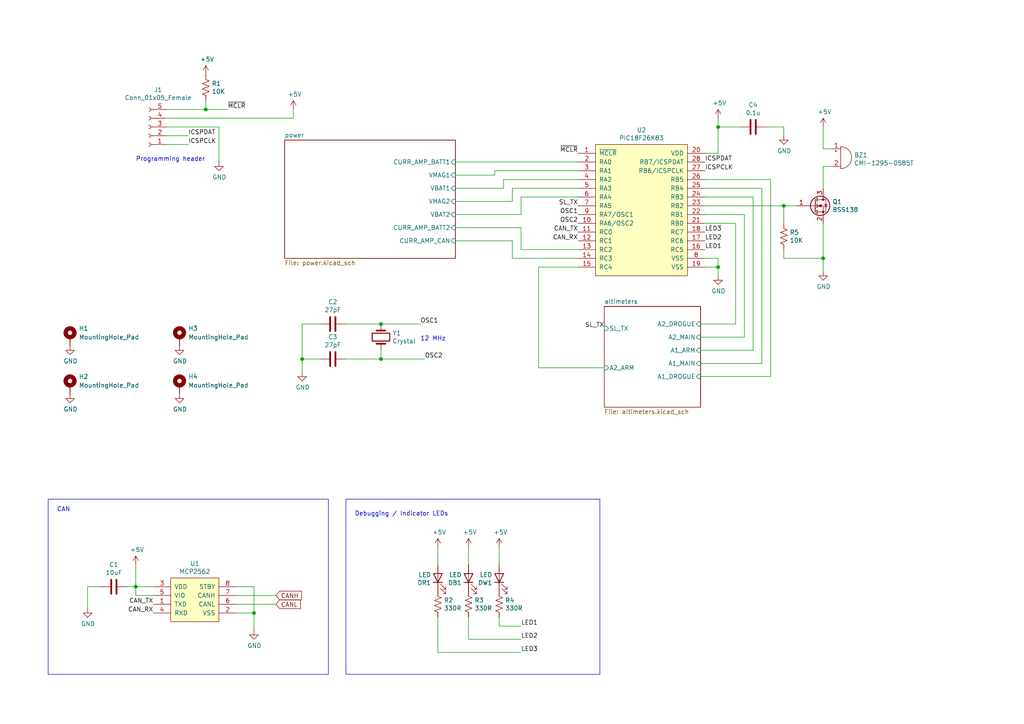
<source format=kicad_sch>
(kicad_sch (version 20250114) (generator "eeschema") (generator_version "9.0")
  (paper "A4")
  (title_block (title "recovery_CAN") (company "Waterloo Rocketry"))
  (lib_symbols
    (symbol "Device:Buzzer" (pin_names (offset 0.0254) (hide yes))
      (property "Reference" "BZ" (at 3.81 1.27 0))
      (property "Value" "Buzzer" (at 3.81 -1.27 0))
      (symbol "Buzzer_0_1"
        (polyline (pts (xy -1.651 1.905) (xy -1.143 1.905)))
        (polyline (pts (xy -1.397 2.159) (xy -1.397 1.651)))
        (arc (start 0 3.175) (mid 3.1612 0) (end 0 -3.175))
        (polyline (pts (xy 0 3.175) (xy 0 -3.175)))
      )
      (symbol "Buzzer_1_1"
        (pin passive line (at -2.54 2.54 0) (length 2.54) (name "-") (number "1"))
        (pin passive line (at -2.54 -2.54 0) (length 2.54) (name "+") (number "2"))
      )
    )
    (symbol "Device:C" (pin_numbers (hide yes)) (pin_names (offset 0.254))
      (property "Reference" "C" (at 0.635 2.54 0))
      (property "Value" "C" (at 0.635 -2.54 0))
      (symbol "C_0_1"
        (polyline (pts (xy -2.032 0.762) (xy 2.032 0.762)) (stroke (width 0.508)))
        (polyline (pts (xy -2.032 -0.762) (xy 2.032 -0.762)) (stroke (width 0.508)))
      )
      (symbol "C_1_1"
        (pin passive line (at 0 3.81 270) (length 2.794) (name "~") (number "1"))
        (pin passive line (at 0 -3.81 90) (length 2.794) (name "~") (number "2"))
      )
    )
    (symbol "Device:Crystal" (pin_numbers (hide yes)) (pin_names (offset 1.016) (hide yes))
      (property "Reference" "Y" (at 0 3.81 0))
      (property "Value" "Crystal" (at 0 -3.81 0))
      (symbol "Crystal_0_1"
        (polyline (pts (xy -2.54 0) (xy -1.905 0)))
        (polyline (pts (xy -1.905 -1.27) (xy -1.905 1.27)) (stroke (width 0.508)))
        (rectangle (start -1.143 2.54) (end 1.143 -2.54) (stroke (width 0.3048)))
        (polyline (pts (xy 1.905 -1.27) (xy 1.905 1.27)) (stroke (width 0.508)))
        (polyline (pts (xy 2.54 0) (xy 1.905 0)))
      )
      (symbol "Crystal_1_1"
        (pin passive line (at -3.81 0 0) (length 1.27) (name "1") (number "1"))
        (pin passive line (at 3.81 0 180) (length 1.27) (name "2") (number "2"))
      )
    )
    (symbol "Device:LED" (pin_numbers (hide yes)) (pin_names (offset 1.016) (hide yes))
      (property "Reference" "D" (at 0 2.54 0))
      (property "Value" "LED" (at 0 -2.54 0))
      (symbol "LED_0_1"
        (polyline (pts (xy -3.048 -0.762) (xy -4.572 -2.286) (xy -3.81 -2.286) (xy -4.572 -2.286) (xy -4.572 -1.524)))
        (polyline (pts (xy -1.778 -0.762) (xy -3.302 -2.286) (xy -2.54 -2.286) (xy -3.302 -2.286) (xy -3.302 -1.524)))
        (polyline (pts (xy -1.27 0) (xy 1.27 0)))
        (polyline (pts (xy -1.27 -1.27) (xy -1.27 1.27)) (stroke (width 0.254)))
        (polyline (pts (xy 1.27 -1.27) (xy 1.27 1.27) (xy -1.27 0) (xy 1.27 -1.27)) (stroke (width 0.254)))
      )
      (symbol "LED_1_1"
        (pin passive line (at -3.81 0 0) (length 2.54) (name "K") (number "1"))
        (pin passive line (at 3.81 0 180) (length 2.54) (name "A") (number "2"))
      )
    )
    (symbol "Device:R_US" (pin_numbers (hide yes)) (pin_names (offset 0))
      (property "Reference" "R" (at 2.54 0 90))
      (property "Value" "R_US" (at -2.54 0 90))
      (symbol "R_US_0_1"
        (polyline (pts (xy 0 2.286) (xy 0 2.54)))
        (polyline (pts (xy 0 2.286) (xy 1.016 1.905) (xy 0 1.524) (xy -1.016 1.143) (xy 0 0.762)))
        (polyline (pts (xy 0 0.762) (xy 1.016 0.381) (xy 0 0) (xy -1.016 -0.381) (xy 0 -0.762)))
        (polyline (pts (xy 0 -0.762) (xy 1.016 -1.143) (xy 0 -1.524) (xy -1.016 -1.905) (xy 0 -2.286)))
        (polyline (pts (xy 0 -2.286) (xy 0 -2.54)))
      )
      (symbol "R_US_1_1"
        (pin passive line (at 0 3.81 270) (length 1.27) (name "~") (number "1"))
        (pin passive line (at 0 -3.81 90) (length 1.27) (name "~") (number "2"))
      )
    )
    (symbol "Mechanical:MountingHole_Pad" (pin_numbers (hide yes)) (pin_names (offset 1.016) (hide yes)) (in_bom no)
      (property "Reference" "H" (at 0 6.35 0))
      (property "Value" "MountingHole_Pad" (at 0 4.445 0))
      (symbol "MountingHole_Pad_0_1"
        (circle (center 0 1.27) (radius 1.27) (stroke (width 1.27)))
      )
      (symbol "MountingHole_Pad_1_1"
        (pin input line (at 0 -2.54 90) (length 2.54) (name "1") (number "1"))
      )
    )
    (symbol "Transistor_FET:BSS138" (pin_names (hide yes))
      (property "Reference" "Q" (at 5.08 1.905 0))
      (property "Value" "BSS138" (at 5.08 0 0))
      (symbol "BSS138_0_1"
        (polyline (pts (xy 0.254 1.905) (xy 0.254 -1.905)) (stroke (width 0.254)))
        (polyline (pts (xy 0.254 0) (xy -2.54 0)))
        (polyline (pts (xy 0.762 2.286) (xy 0.762 1.27)) (stroke (width 0.254)))
        (polyline (pts (xy 0.762 0.508) (xy 0.762 -0.508)) (stroke (width 0.254)))
        (polyline (pts (xy 0.762 -1.27) (xy 0.762 -2.286)) (stroke (width 0.254)))
        (polyline (pts (xy 0.762 -1.778) (xy 3.302 -1.778) (xy 3.302 1.778) (xy 0.762 1.778)))
        (polyline (pts (xy 1.016 0) (xy 2.032 0.381) (xy 2.032 -0.381) (xy 1.016 0)) (fill (type outline)))
        (circle (center 1.651 0) (radius 2.794) (stroke (width 0.254)))
        (polyline (pts (xy 2.54 2.54) (xy 2.54 1.778)))
        (circle (center 2.54 1.778) (radius 0.254) (fill (type outline)))
        (circle (center 2.54 -1.778) (radius 0.254) (fill (type outline)))
        (polyline (pts (xy 2.54 -2.54) (xy 2.54 0) (xy 0.762 0)))
        (polyline (pts (xy 2.794 0.508) (xy 2.921 0.381) (xy 3.683 0.381) (xy 3.81 0.254)))
        (polyline (pts (xy 3.302 0.381) (xy 2.921 -0.254) (xy 3.683 -0.254) (xy 3.302 0.381)))
      )
      (symbol "BSS138_1_1"
        (pin input line (at -5.08 0 0) (length 2.54) (name "G") (number "1"))
        (pin passive line (at 2.54 5.08 270) (length 2.54) (name "D") (number "3"))
        (pin passive line (at 2.54 -5.08 90) (length 2.54) (name "S") (number "2"))
      )
    )
    (symbol "canhw:MCP2562" (pin_names (offset 1.016))
      (property "Reference" "U" (at 5.08 3.81 0))
      (property "Value" "MCP2562" (at -3.81 3.81 0))
      (symbol "MCP2562_0_1"
        (rectangle (start -7.62 2.54) (end 6.35 -10.16) (fill (type background)))
      )
      (symbol "MCP2562_1_1"
        (pin power_in line (at -12.7 0 0) (length 5.08) (name "VDD") (number "3"))
        (pin bidirectional line (at -12.7 -2.54 0) (length 5.08) (name "VIO") (number "5"))
        (pin bidirectional line (at -12.7 -5.08 0) (length 5.08) (name "TXD") (number "1"))
        (pin bidirectional line (at -12.7 -7.62 0) (length 5.08) (name "RXD") (number "4"))
        (pin bidirectional line (at 11.43 0 180) (length 5.08) (name "STBY") (number "8"))
        (pin bidirectional line (at 11.43 -2.54 180) (length 5.08) (name "CANH") (number "7"))
        (pin bidirectional line (at 11.43 -5.08 180) (length 5.08) (name "CANL") (number "6"))
        (pin power_in line (at 11.43 -7.62 180) (length 5.08) (name "VSS") (number "2"))
      )
    )
    (symbol "canhw:PIC18F26K83" (pin_names (offset 1.016))
      (property "Reference" "U" (at 11.43 20.32 0))
      (property "Value" "PIC18F26K83" (at -7.62 20.32 0))
      (symbol "PIC18F26K83_0_1"
        (rectangle (start -13.97 19.05) (end 12.7 -19.05) (fill (type background)))
      )
      (symbol "PIC18F26K83_1_1"
        (pin input line (at -19.05 16.51 0) (length 5.08) (name "~{MCLR}") (number "1"))
        (pin bidirectional line (at -19.05 13.97 0) (length 5.08) (name "RA0") (number "2"))
        (pin bidirectional line (at -19.05 11.43 0) (length 5.08) (name "RA1") (number "3"))
        (pin bidirectional line (at -19.05 8.89 0) (length 5.08) (name "RA2") (number "4"))
        (pin bidirectional line (at -19.05 6.35 0) (length 5.08) (name "RA3") (number "5"))
        (pin bidirectional line (at -19.05 3.81 0) (length 5.08) (name "RA4") (number "6"))
        (pin bidirectional line (at -19.05 1.27 0) (length 5.08) (name "RA5") (number "7"))
        (pin bidirectional line (at -19.05 -1.27 0) (length 5.08) (name "RA7/OSC1") (number "9"))
        (pin bidirectional line (at -19.05 -3.81 0) (length 5.08) (name "RA6/OSC2") (number "10"))
        (pin bidirectional line (at -19.05 -6.35 0) (length 5.08) (name "RC0") (number "11"))
        (pin bidirectional line (at -19.05 -8.89 0) (length 5.08) (name "RC1") (number "12"))
        (pin bidirectional line (at -19.05 -11.43 0) (length 5.08) (name "RC2") (number "13"))
        (pin bidirectional line (at -19.05 -13.97 0) (length 5.08) (name "RC3") (number "14"))
        (pin bidirectional line (at -19.05 -16.51 0) (length 5.08) (name "RC4") (number "15"))
        (pin power_in line (at 17.78 16.51 180) (length 5.08) (name "VDD") (number "20"))
        (pin bidirectional line (at 17.78 13.97 180) (length 5.08) (name "RB7/ICSPDAT") (number "28"))
        (pin bidirectional line (at 17.78 11.43 180) (length 5.08) (name "RB6/ICSPCLK") (number "27"))
        (pin bidirectional line (at 17.78 8.89 180) (length 5.08) (name "RB5") (number "26"))
        (pin bidirectional line (at 17.78 6.35 180) (length 5.08) (name "RB4") (number "25"))
        (pin bidirectional line (at 17.78 3.81 180) (length 5.08) (name "RB3") (number "24"))
        (pin bidirectional line (at 17.78 1.27 180) (length 5.08) (name "RB2") (number "23"))
        (pin bidirectional line (at 17.78 -1.27 180) (length 5.08) (name "RB1") (number "22"))
        (pin bidirectional line (at 17.78 -3.81 180) (length 5.08) (name "RB0") (number "21"))
        (pin bidirectional line (at 17.78 -6.35 180) (length 5.08) (name "RC7") (number "18"))
        (pin bidirectional line (at 17.78 -8.89 180) (length 5.08) (name "RC6") (number "17"))
        (pin bidirectional line (at 17.78 -11.43 180) (length 5.08) (name "RC5") (number "16"))
        (pin power_in line (at 17.78 -13.97 180) (length 5.08) (name "VSS") (number "8"))
        (pin power_in line (at 17.78 -16.51 180) (length 5.08) (name "VSS") (number "19"))
      )
    )
    (symbol "power:+5V" (power) (pin_names (offset 0))
      (property "Value" "+5V" (at 0 3.556 0))
      (symbol "+5V_0_1"
        (polyline (pts (xy -0.762 1.27) (xy 0 2.54)))
        (polyline (pts (xy 0 2.54) (xy 0.762 1.27)))
        (polyline (pts (xy 0 0) (xy 0 2.54)))
      )
      (symbol "+5V_1_1"
        (pin power_in line (at 0 0 90) (length 0) (hide yes) (name "+5V") (number "1"))
      )
    )
    (symbol "power:GND" (power) (pin_names (offset 0))
      (property "Value" "GND" (at 0 -3.81 0))
      (symbol "GND_0_1"
        (polyline (pts (xy 0 0) (xy 0 -1.27) (xy 1.27 -1.27) (xy 0 -2.54) (xy -1.27 -1.27) (xy 0 -1.27)))
      )
      (symbol "GND_1_1"
        (pin power_in line (at 0 0 270) (length 0) (hide yes) (name "GND") (number "1"))
      )
    )
    (symbol "remote_arming-rescue:Conn_01x05_Female-Connector" (pin_names (offset 1.016) (hide yes))
      (property "Reference" "J" (at 0 7.62 0))
      (property "Value" "Connector_Conn_01x05_Female" (at 0 -7.62 0))
      (symbol "Conn_01x05_Female-Connector_1_1"
        (polyline (pts (xy -1.27 5.08) (xy -0.508 5.08)) (stroke (width 0.1524)))
        (polyline (pts (xy -1.27 2.54) (xy -0.508 2.54)) (stroke (width 0.1524)))
        (polyline (pts (xy -1.27 0) (xy -0.508 0)) (stroke (width 0.1524)))
        (polyline (pts (xy -1.27 -2.54) (xy -0.508 -2.54)) (stroke (width 0.1524)))
        (polyline (pts (xy -1.27 -5.08) (xy -0.508 -5.08)) (stroke (width 0.1524)))
        (arc (start 0 4.572) (mid -0.5058 5.08) (end 0 5.588) (stroke (width 0.1524)))
        (arc (start 0 2.032) (mid -0.5058 2.54) (end 0 3.048) (stroke (width 0.1524)))
        (arc (start 0 -0.508) (mid -0.5058 0) (end 0 0.508) (stroke (width 0.1524)))
        (arc (start 0 -3.048) (mid -0.5058 -2.54) (end 0 -2.032) (stroke (width 0.1524)))
        (arc (start 0 -5.588) (mid -0.5058 -5.08) (end 0 -4.572) (stroke (width 0.1524)))
        (pin passive line (at -5.08 5.08 0) (length 3.81) (name "Pin_1") (number "1"))
        (pin passive line (at -5.08 2.54 0) (length 3.81) (name "Pin_2") (number "2"))
        (pin passive line (at -5.08 0 0) (length 3.81) (name "Pin_3") (number "3"))
        (pin passive line (at -5.08 -2.54 0) (length 3.81) (name "Pin_4") (number "4"))
        (pin passive line (at -5.08 -5.08 0) (length 3.81) (name "Pin_5") (number "5"))
      )
    )
  )
  (rectangle (start 13.97 144.78) (end 95.25 195.58))
  (rectangle (start 100.33 144.78) (end 173.99 195.58))
  (text "Debugging / Indicator LEDs" (at 102.87 149.86 0) (effects (font (size 1.27 1.27)) (justify left bottom)))
  (text "12 MHz" (at 121.92 99.06 0) (effects (font (size 1.27 1.27)) (justify left bottom)))
  (text "CAN" (at 16.51 148.59 0) (effects (font (size 1.27 1.27)) (justify left bottom)))
  (text "Programming header" (at 39.37 46.99 0) (effects (font (size 1.27 1.27)) (justify left bottom)))
  (junction (at 208.28 36.83))
  (junction (at 110.49 104.14))
  (junction (at 73.66 177.8))
  (junction (at 208.28 77.47))
  (junction (at 227.33 59.69))
  (junction (at 39.37 170.18))
  (junction (at 110.49 93.98))
  (junction (at 59.69 31.75))
  (junction (at 87.63 104.14))
  (junction (at 238.76 74.93))
  (wire (pts (xy 204.47 44.45) (xy 208.28 44.45)))
  (wire (pts (xy 85.09 31.75) (xy 85.09 34.29)))
  (wire (pts (xy 132.08 58.42) (xy 148.59 58.42)))
  (wire (pts (xy 92.71 104.14) (xy 87.63 104.14)))
  (wire (pts (xy 213.36 64.77) (xy 204.47 64.77)))
  (wire (pts (xy 227.33 59.69) (xy 227.33 64.77)))
  (wire (pts (xy 127 179.07) (xy 127 189.23)))
  (wire (pts (xy 148.59 58.42) (xy 148.59 54.61)))
  (wire (pts (xy 222.25 36.83) (xy 227.33 36.83)))
  (wire (pts (xy 44.45 170.18) (xy 39.37 170.18)))
  (wire (pts (xy 204.47 59.69) (xy 227.33 59.69)))
  (wire (pts (xy 144.78 179.07) (xy 144.78 181.61)))
  (wire (pts (xy 203.2 105.41) (xy 220.98 105.41)))
  (wire (pts (xy 208.28 74.93) (xy 208.28 77.47)))
  (wire (pts (xy 144.78 163.83) (xy 144.78 158.75)))
  (wire (pts (xy 208.28 36.83) (xy 208.28 34.29)))
  (wire (pts (xy 238.76 43.18) (xy 241.3 43.18)))
  (wire (pts (xy 203.2 93.98) (xy 213.36 93.98)))
  (wire (pts (xy 54.61 39.37) (xy 48.26 39.37)))
  (wire (pts (xy 227.33 36.83) (xy 227.33 39.37)))
  (wire (pts (xy 143.51 49.53) (xy 143.51 50.8)))
  (wire (pts (xy 204.47 57.15) (xy 218.44 57.15)))
  (wire (pts (xy 110.49 93.98) (xy 121.92 93.98)))
  (wire (pts (xy 215.9 62.23) (xy 204.47 62.23)))
  (wire (pts (xy 143.51 50.8) (xy 132.08 50.8)))
  (wire (pts (xy 241.3 48.26) (xy 238.76 48.26)))
  (wire (pts (xy 203.2 97.79) (xy 215.9 97.79)))
  (wire (pts (xy 100.33 93.98) (xy 110.49 93.98)))
  (wire (pts (xy 204.47 77.47) (xy 208.28 77.47)))
  (wire (pts (xy 68.58 177.8) (xy 73.66 177.8)))
  (wire (pts (xy 204.47 52.07) (xy 223.52 52.07)))
  (wire (pts (xy 59.69 31.75) (xy 66.04 31.75)))
  (wire (pts (xy 68.58 175.26) (xy 80.01 175.26)))
  (wire (pts (xy 87.63 93.98) (xy 87.63 104.14)))
  (wire (pts (xy 92.71 93.98) (xy 87.63 93.98)))
  (wire (pts (xy 110.49 104.14) (xy 110.49 101.6)))
  (wire (pts (xy 48.26 31.75) (xy 59.69 31.75)))
  (wire (pts (xy 63.5 36.83) (xy 63.5 46.99)))
  (wire (pts (xy 151.13 57.15) (xy 151.13 62.23)))
  (wire (pts (xy 167.64 52.07) (xy 146.05 52.07)))
  (wire (pts (xy 148.59 54.61) (xy 167.64 54.61)))
  (wire (pts (xy 73.66 170.18) (xy 73.66 177.8)))
  (wire (pts (xy 203.2 101.6) (xy 218.44 101.6)))
  (wire (pts (xy 127 189.23) (xy 151.13 189.23)))
  (wire (pts (xy 223.52 52.07) (xy 223.52 109.22)))
  (wire (pts (xy 238.76 48.26) (xy 238.76 54.61)))
  (wire (pts (xy 218.44 101.6) (xy 218.44 57.15)))
  (wire (pts (xy 156.21 106.68) (xy 175.26 106.68)))
  (wire (pts (xy 48.26 36.83) (xy 63.5 36.83)))
  (wire (pts (xy 87.63 104.14) (xy 87.63 107.95)))
  (wire (pts (xy 227.33 72.39) (xy 227.33 74.93)))
  (wire (pts (xy 100.33 104.14) (xy 110.49 104.14)))
  (wire (pts (xy 167.64 77.47) (xy 156.21 77.47)))
  (wire (pts (xy 25.4 170.18) (xy 29.21 170.18)))
  (wire (pts (xy 220.98 54.61) (xy 204.47 54.61)))
  (wire (pts (xy 208.28 77.47) (xy 208.28 80.01)))
  (wire (pts (xy 204.47 74.93) (xy 208.28 74.93)))
  (wire (pts (xy 73.66 177.8) (xy 73.66 182.88)))
  (wire (pts (xy 220.98 105.41) (xy 220.98 54.61)))
  (wire (pts (xy 227.33 59.69) (xy 231.14 59.69)))
  (wire (pts (xy 25.4 176.53) (xy 25.4 170.18)))
  (wire (pts (xy 39.37 170.18) (xy 39.37 172.72)))
  (wire (pts (xy 135.89 163.83) (xy 135.89 158.75)))
  (wire (pts (xy 132.08 46.99) (xy 167.64 46.99)))
  (wire (pts (xy 135.89 185.42) (xy 151.13 185.42)))
  (wire (pts (xy 148.59 69.85) (xy 132.08 69.85)))
  (wire (pts (xy 54.61 41.91) (xy 48.26 41.91)))
  (wire (pts (xy 167.64 49.53) (xy 143.51 49.53)))
  (wire (pts (xy 208.28 36.83) (xy 214.63 36.83)))
  (wire (pts (xy 59.69 29.21) (xy 59.69 31.75)))
  (wire (pts (xy 227.33 74.93) (xy 238.76 74.93)))
  (wire (pts (xy 39.37 163.83) (xy 39.37 170.18)))
  (wire (pts (xy 151.13 62.23) (xy 132.08 62.23)))
  (wire (pts (xy 144.78 181.61) (xy 151.13 181.61)))
  (wire (pts (xy 208.28 44.45) (xy 208.28 36.83)))
  (wire (pts (xy 167.64 57.15) (xy 151.13 57.15)))
  (wire (pts (xy 110.49 104.14) (xy 123.19 104.14)))
  (wire (pts (xy 146.05 52.07) (xy 146.05 54.61)))
  (wire (pts (xy 167.64 74.93) (xy 148.59 74.93)))
  (wire (pts (xy 238.76 64.77) (xy 238.76 74.93)))
  (wire (pts (xy 148.59 74.93) (xy 148.59 69.85)))
  (wire (pts (xy 44.45 172.72) (xy 39.37 172.72)))
  (wire (pts (xy 135.89 179.07) (xy 135.89 185.42)))
  (wire (pts (xy 156.21 77.47) (xy 156.21 106.68)))
  (wire (pts (xy 151.13 66.04) (xy 132.08 66.04)))
  (wire (pts (xy 203.2 109.22) (xy 223.52 109.22)))
  (wire (pts (xy 132.08 54.61) (xy 146.05 54.61)))
  (wire (pts (xy 167.64 72.39) (xy 151.13 72.39)))
  (wire (pts (xy 68.58 172.72) (xy 80.01 172.72)))
  (wire (pts (xy 215.9 97.79) (xy 215.9 62.23)))
  (wire (pts (xy 238.76 74.93) (xy 238.76 78.74)))
  (wire (pts (xy 68.58 170.18) (xy 73.66 170.18)))
  (wire (pts (xy 238.76 36.83) (xy 238.76 43.18)))
  (wire (pts (xy 39.37 170.18) (xy 36.83 170.18)))
  (wire (pts (xy 48.26 34.29) (xy 85.09 34.29)))
  (wire (pts (xy 127 163.83) (xy 127 158.75)))
  (wire (pts (xy 213.36 93.98) (xy 213.36 64.77)))
  (wire (pts (xy 151.13 72.39) (xy 151.13 66.04)))
  (label "OSC2" (at 123.19 104.14 0))
  (label "~{MCLR}" (at 167.64 44.45 180))
  (label "LED2" (at 151.13 185.42 0))
  (label "LED2" (at 204.47 69.85 0))
  (label "~{MCLR}" (at 66.04 31.75 0))
  (label "LED1" (at 151.13 181.61 0))
  (label "CAN_TX" (at 44.45 175.26 180))
  (label "CAN_TX" (at 167.64 67.31 180))
  (label "ICSPCLK" (at 54.61 41.91 0))
  (label "LED3" (at 204.47 67.31 0))
  (label "LED3" (at 151.13 189.23 0))
  (label "LED1" (at 204.47 72.39 0))
  (label "ICSPDAT" (at 204.47 46.99 0))
  (label "CAN_RX" (at 167.64 69.85 180))
  (label "ICSPDAT" (at 54.61 39.37 0))
  (label "OSC1" (at 167.64 62.23 180))
  (label "OSC2" (at 167.64 64.77 180))
  (label "OSC1" (at 121.92 93.98 0))
  (label "CAN_RX" (at 44.45 177.8 180))
  (label "SL_TX" (at 175.26 95.25 180))
  (label "SL_TX" (at 167.64 59.69 180))
  (label "ICSPCLK" (at 204.47 49.53 0))
  (global_label "CANL" (shape input) (at 80.01 175.26 0) (property "Intersheetrefs" "${INTERSHEET_REFS}" (effects (hide yes))))
  (global_label "CANH" (shape input) (at 80.01 172.72 0) (property "Intersheetrefs" "${INTERSHEET_REFS}" (effects (hide yes))))
  (symbol (lib_id "canhw:PIC18F26K83") (at 186.69 60.96 0) (unit 1)
    (property "Reference" "U2" (at 186.055 37.719 0))
    (property "Value" "PIC18F26K83" (at 186.055 40.0304 0))
    (property "Footprint" "Package_SO:SOIC-28W_7.5x18.7mm_P1.27mm" (effects (hide yes)))
    (property "Datasheet" "http://ww1.microchip.com/downloads/en/DeviceDoc/40001943A.pdf" (effects (hide yes)))
  )
  (symbol (lib_id "Device:C") (at 218.44 36.83 270) (unit 1)
    (property "Reference" "C4" (at 218.44 30.4292 90))
    (property "Value" "0.1u" (at 218.44 32.7406 90))
    (property "Footprint" "Capacitor_SMD:C_0805_2012Metric_Pad1.18x1.45mm_HandSolder" (effects (hide yes)))
  )
  (symbol (lib_id "power:+5V") (at 208.28 34.29 0) (unit 1)
    (property "Reference" "#PWR011" (effects (hide yes)))
    (property "Value" "+5V" (at 208.661 29.8958 0))
  )
  (symbol (lib_id "power:GND") (at 227.33 39.37 0) (unit 1)
    (property "Reference" "#PWR013" (effects (hide yes)))
    (property "Value" "GND" (at 227.457 43.7642 0))
  )
  (symbol (lib_id "power:GND") (at 208.28 80.01 0) (unit 1)
    (property "Reference" "#PWR012" (effects (hide yes)))
    (property "Value" "GND" (at 208.407 84.4042 0))
  )
  (symbol (lib_id "Device:Crystal") (at 110.49 97.79 270) (unit 1)
    (property "Reference" "Y1" (at 113.8174 96.6216 90) (effects (justify left)))
    (property "Value" "Crystal" (at 113.8174 98.933 90) (effects (justify left)))
    (property "Footprint" "Crystal:Crystal_HC49-4H_Vertical" (effects (hide yes)))
  )
  (symbol (lib_id "Device:C") (at 96.52 93.98 270) (unit 1)
    (property "Reference" "C2" (at 96.52 87.5792 90))
    (property "Value" "27pF" (at 96.52 89.8906 90))
    (property "Footprint" "Capacitor_SMD:C_0805_2012Metric_Pad1.18x1.45mm_HandSolder" (effects (hide yes)))
  )
  (symbol (lib_id "Device:C") (at 96.52 104.14 270) (unit 1)
    (property "Reference" "C3" (at 96.52 97.7392 90))
    (property "Value" "27pF" (at 96.52 100.0506 90))
    (property "Footprint" "Capacitor_SMD:C_0805_2012Metric_Pad1.18x1.45mm_HandSolder" (effects (hide yes)))
  )
  (symbol (lib_id "power:GND") (at 87.63 107.95 0) (unit 1)
    (property "Reference" "#PWR07" (effects (hide yes)))
    (property "Value" "GND" (at 87.757 112.3442 0))
  )
  (symbol (lib_id "remote_arming-rescue:Conn_01x05_Female-Connector") (at 43.18 36.83 180) (unit 1)
    (property "Reference" "J1" (at 45.8724 26.035 0))
    (property "Value" "Conn_01x05_Female" (at 45.8724 28.3464 0))
    (property "Footprint" "canhw_footprints:PinHeader_5x2.54_SMD_90deg_952-3198-1-ND" (effects (hide yes)))
  )
  (symbol (lib_id "power:+5V") (at 85.09 31.75 0) (unit 1)
    (property "Reference" "#PWR06" (effects (hide yes)))
    (property "Value" "+5V" (at 85.471 27.3558 0))
  )
  (symbol (lib_id "power:GND") (at 63.5 46.99 0) (unit 1)
    (property "Reference" "#PWR04" (effects (hide yes)))
    (property "Value" "GND" (at 63.627 51.3842 0))
  )
  (symbol (lib_id "Device:LED") (at 144.78 167.64 90) (unit 1)
    (property "Reference" "DW1" (at 142.7988 169.037 90) (effects (justify left)))
    (property "Value" "LED" (at 142.7988 166.7256 90) (effects (justify left)))
    (property "Footprint" "LED_SMD:LED_1206_3216Metric_Pad1.42x1.75mm_HandSolder" (effects (hide yes)))
  )
  (symbol (lib_id "Device:LED") (at 135.89 167.64 90) (unit 1)
    (property "Reference" "DB1" (at 133.9088 169.037 90) (effects (justify left)))
    (property "Value" "LED" (at 133.9088 166.7256 90) (effects (justify left)))
    (property "Footprint" "LED_SMD:LED_1206_3216Metric_Pad1.42x1.75mm_HandSolder" (effects (hide yes)))
  )
  (symbol (lib_id "Device:LED") (at 127 167.64 90) (unit 1)
    (property "Reference" "DR1" (at 125.0188 169.037 90) (effects (justify left)))
    (property "Value" "LED" (at 125.0188 166.7256 90) (effects (justify left)))
    (property "Footprint" "LED_SMD:LED_1206_3216Metric_Pad1.42x1.75mm_HandSolder" (effects (hide yes)))
  )
  (symbol (lib_id "Device:R_US") (at 144.78 175.26 0) (unit 1)
    (property "Reference" "R4" (at 146.5072 174.0916 0) (effects (justify left)))
    (property "Value" "330R" (at 146.5072 176.403 0) (effects (justify left)))
    (property "Footprint" "Resistor_SMD:R_0805_2012Metric_Pad1.20x1.40mm_HandSolder" (effects (hide yes)))
  )
  (symbol (lib_id "Device:R_US") (at 135.89 175.26 0) (unit 1)
    (property "Reference" "R3" (at 137.6172 174.0916 0) (effects (justify left)))
    (property "Value" "330R" (at 137.6172 176.403 0) (effects (justify left)))
    (property "Footprint" "Resistor_SMD:R_0805_2012Metric_Pad1.20x1.40mm_HandSolder" (effects (hide yes)))
  )
  (symbol (lib_id "Device:R_US") (at 127 175.26 0) (unit 1)
    (property "Reference" "R2" (at 128.7272 174.0916 0) (effects (justify left)))
    (property "Value" "330R" (at 128.7272 176.403 0) (effects (justify left)))
    (property "Footprint" "Resistor_SMD:R_0805_2012Metric_Pad1.20x1.40mm_HandSolder" (effects (hide yes)))
  )
  (symbol (lib_id "canhw:MCP2562") (at 57.15 170.18 0) (unit 1)
    (property "Reference" "U1" (at 56.515 163.449 0))
    (property "Value" "MCP2562" (at 56.515 165.7604 0))
    (property "Footprint" "Package_SO:SOIC-8_3.9x4.9mm_P1.27mm" (effects (hide yes)))
    (property "Datasheet" "http://hades.mech.northwestern.edu/images/5/5e/MCP2562.pdf" (effects (hide yes)))
  )
  (symbol (lib_id "power:+5V") (at 39.37 163.83 0) (unit 1)
    (property "Reference" "#PWR02" (effects (hide yes)))
    (property "Value" "+5V" (at 39.751 159.4358 0))
  )
  (symbol (lib_id "power:GND") (at 73.66 182.88 0) (unit 1)
    (property "Reference" "#PWR05" (effects (hide yes)))
    (property "Value" "GND" (at 73.787 187.2742 0))
  )
  (symbol (lib_id "Device:R_US") (at 59.69 25.4 0) (unit 1)
    (property "Reference" "R1" (at 61.4172 24.2316 0) (effects (justify left)))
    (property "Value" "10K" (at 61.4172 26.543 0) (effects (justify left)))
    (property "Footprint" "Resistor_SMD:R_0805_2012Metric_Pad1.20x1.40mm_HandSolder" (effects (hide yes)))
  )
  (symbol (lib_id "power:+5V") (at 59.69 21.59 0) (unit 1)
    (property "Reference" "#PWR03" (effects (hide yes)))
    (property "Value" "+5V" (at 60.071 17.1958 0))
  )
  (symbol (lib_id "Device:C") (at 33.02 170.18 270) (unit 1)
    (property "Reference" "C1" (at 33.02 163.7792 90))
    (property "Value" "10uF" (at 33.02 166.0906 90))
    (property "Footprint" "Capacitor_SMD:C_0805_2012Metric_Pad1.18x1.45mm_HandSolder" (effects (hide yes)))
  )
  (symbol (lib_id "power:GND") (at 25.4 176.53 0) (unit 1)
    (property "Reference" "#PWR01" (effects (hide yes)))
    (property "Value" "GND" (at 25.527 180.9242 0))
  )
  (symbol (lib_id "Device:Buzzer") (at 243.84 45.72 0) (unit 1)
    (property "Reference" "BZ1" (at 247.7262 44.9834 0) (effects (justify left)))
    (property "Value" "CMI-1295-0585T" (at 247.7262 47.2948 0) (effects (justify left)))
    (property "Footprint" "Buzzer_Beeper:Buzzer_12x9.5RM7.6" (effects (hide yes)))
  )
  (symbol (lib_id "power:GND") (at 238.76 78.74 0) (unit 1)
    (property "Reference" "#PWR015" (effects (hide yes)))
    (property "Value" "GND" (at 238.887 83.1342 0))
  )
  (symbol (lib_id "Transistor_FET:BSS138") (at 236.22 59.69 0) (unit 1)
    (property "Reference" "Q1" (at 241.427 58.5216 0) (effects (justify left)))
    (property "Value" "BSS138" (at 241.427 60.833 0) (effects (justify left)))
    (property "Footprint" "Package_TO_SOT_SMD:SOT-23_Handsoldering" (effects (hide yes)))
    (property "Datasheet" "https://www.fairchildsemi.com/datasheets/BS/BSS138.pdf" (effects (hide yes)))
  )
  (symbol (lib_id "power:+5V") (at 238.76 36.83 0) (unit 1)
    (property "Reference" "#PWR014" (effects (hide yes)))
    (property "Value" "+5V" (at 239.141 32.4358 0))
  )
  (symbol (lib_id "Device:R_US") (at 227.33 68.58 0) (unit 1)
    (property "Reference" "R5" (at 229.0572 67.4116 0) (effects (justify left)))
    (property "Value" "10K" (at 229.0572 69.723 0) (effects (justify left)))
    (property "Footprint" "Resistor_SMD:R_0805_2012Metric_Pad1.20x1.40mm_HandSolder" (effects (hide yes)))
  )
  (symbol (lib_id "power:+5V") (at 127 158.75 0) (unit 1)
    (property "Reference" "#PWR08" (effects (hide yes)))
    (property "Value" "+5V" (at 127.381 154.3558 0))
  )
  (symbol (lib_id "power:+5V") (at 135.89 158.75 0) (unit 1)
    (property "Reference" "#PWR09" (effects (hide yes)))
    (property "Value" "+5V" (at 136.271 154.3558 0))
  )
  (symbol (lib_id "power:+5V") (at 144.78 158.75 0) (unit 1)
    (property "Reference" "#PWR010" (effects (hide yes)))
    (property "Value" "+5V" (at 145.161 154.3558 0))
  )
  (symbol (lib_id "Mechanical:MountingHole_Pad") (at 52.07 111.76 0) (unit 1) (in_bom no)
    (property "Reference" "H4" (at 54.61 109.2199 0) (effects (justify left)))
    (property "Value" "MountingHole_Pad" (at 54.61 111.7599 0) (effects (justify left)))
    (property "Footprint" "MountingHole:MountingHole_3.2mm_M3" (effects (hide yes)))
    (property "Description" "Mounting Hole with connection" (effects (hide yes)))
  )
  (symbol (lib_id "Mechanical:MountingHole_Pad") (at 20.32 111.76 0) (unit 1) (in_bom no)
    (property "Reference" "H2" (at 22.86 109.2199 0) (effects (justify left)))
    (property "Value" "MountingHole_Pad" (at 22.86 111.7599 0) (effects (justify left)))
    (property "Footprint" "MountingHole:MountingHole_3.2mm_M3" (effects (hide yes)))
    (property "Description" "Mounting Hole with connection" (effects (hide yes)))
  )
  (symbol (lib_id "power:GND") (at 52.07 100.33 0) (unit 1)
    (property "Reference" "#PWR033" (effects (hide yes)))
    (property "Value" "GND" (at 52.197 104.7242 0))
  )
  (symbol (lib_id "power:GND") (at 52.07 114.3 0) (unit 1)
    (property "Reference" "#PWR063" (effects (hide yes)))
    (property "Value" "GND" (at 52.197 118.6942 0))
  )
  (symbol (lib_id "power:GND") (at 20.32 114.3 0) (unit 1)
    (property "Reference" "#PWR064" (effects (hide yes)))
    (property "Value" "GND" (at 20.447 118.6942 0))
  )
  (symbol (lib_id "Mechanical:MountingHole_Pad") (at 52.07 97.79 0) (unit 1) (in_bom no)
    (property "Reference" "H3" (at 54.61 95.2499 0) (effects (justify left)))
    (property "Value" "MountingHole_Pad" (at 54.61 97.7899 0) (effects (justify left)))
    (property "Footprint" "MountingHole:MountingHole_3.2mm_M3" (effects (hide yes)))
    (property "Description" "Mounting Hole with connection" (effects (hide yes)))
  )
  (symbol (lib_id "Mechanical:MountingHole_Pad") (at 20.32 97.79 0) (unit 1) (in_bom no)
    (property "Reference" "H1" (at 22.86 95.2499 0) (effects (justify left)))
    (property "Value" "MountingHole_Pad" (at 22.86 97.7899 0) (effects (justify left)))
    (property "Footprint" "MountingHole:MountingHole_3.2mm_M3" (effects (hide yes)))
    (property "Description" "Mounting Hole with connection" (effects (hide yes)))
  )
  (symbol (lib_id "power:GND") (at 20.32 100.33 0) (unit 1)
    (property "Reference" "#PWR028" (effects (hide yes)))
    (property "Value" "GND" (at 20.447 104.7242 0))
  )
  (sheet (at 82.55 40.64) (size 49.53 34.29)
    (property "Sheetname" "power" (at 82.55 39.9284 0) (effects (justify left bottom)))
    (property "Sheetfile" "power.kicad_sch" (at 82.55 75.5146 0) (effects (justify left top)))
    (pin "VBAT1" input (at 132.08 54.61 0))
    (pin "VBAT2" input (at 132.08 62.23 0))
    (pin "VMAG1" input (at 132.08 50.8 0))
    (pin "VMAG2" input (at 132.08 58.42 0))
    (pin "CURR_AMP_CAN" input (at 132.08 69.85 0))
    (pin "CURR_AMP_BATT1" input (at 132.08 46.99 0))
    (pin "CURR_AMP_BATT2" input (at 132.08 66.04 0))
  )
  (sheet (at 175.26 88.9) (size 27.94 29.21)
    (property "Sheetname" "altimeters" (at 175.26 88.1884 0) (effects (justify left bottom)))
    (property "Sheetfile" "altimeters.kicad_sch" (at 175.26 118.6946 0) (effects (justify left top)))
    (pin "SL_TX" input (at 175.26 95.25 180))
    (pin "A2_ARM" input (at 175.26 106.68 180))
    (pin "A2_DROGUE" input (at 203.2 93.98 0))
    (pin "A2_MAIN" input (at 203.2 97.79 0))
    (pin "A1_DROGUE" input (at 203.2 109.22 0))
    (pin "A1_MAIN" input (at 203.2 105.41 0))
    (pin "A1_ARM" input (at 203.2 101.6 0))
  )
)
</source>
